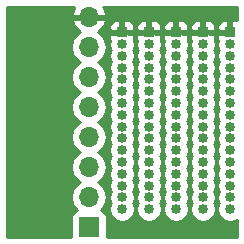
<source format=gbr>
G04 #@! TF.FileFunction,Copper,L2,Bot,Signal*
%FSLAX46Y46*%
G04 Gerber Fmt 4.6, Leading zero omitted, Abs format (unit mm)*
G04 Created by KiCad (PCBNEW 4.0.7) date Fri Oct 27 13:36:46 2017*
%MOMM*%
%LPD*%
G01*
G04 APERTURE LIST*
%ADD10C,0.100000*%
%ADD11R,1.700000X1.700000*%
%ADD12O,1.700000X1.700000*%
%ADD13R,0.850000X0.850000*%
%ADD14O,0.850000X0.850000*%
%ADD15C,0.254000*%
G04 APERTURE END LIST*
D10*
D11*
X140208000Y-118364000D03*
D12*
X140208000Y-115824000D03*
X140208000Y-113284000D03*
X140208000Y-110744000D03*
X140208000Y-108204000D03*
X140208000Y-105664000D03*
X140208000Y-103124000D03*
X140208000Y-100584000D03*
D13*
X143002000Y-101854000D03*
D14*
X143002000Y-102854000D03*
X143002000Y-103854000D03*
X143002000Y-104854000D03*
X143002000Y-105854000D03*
X143002000Y-106854000D03*
X143002000Y-107854000D03*
X143002000Y-108854000D03*
X143002000Y-109854000D03*
X143002000Y-110854000D03*
X143002000Y-111854000D03*
X143002000Y-112854000D03*
X143002000Y-113854000D03*
X143002000Y-114854000D03*
X143002000Y-115854000D03*
X143002000Y-116854000D03*
D13*
X149860000Y-101854000D03*
D14*
X149860000Y-102854000D03*
X149860000Y-103854000D03*
X149860000Y-104854000D03*
X149860000Y-105854000D03*
X149860000Y-106854000D03*
X149860000Y-107854000D03*
X149860000Y-108854000D03*
X149860000Y-109854000D03*
X149860000Y-110854000D03*
X149860000Y-111854000D03*
X149860000Y-112854000D03*
X149860000Y-113854000D03*
X149860000Y-114854000D03*
X149860000Y-115854000D03*
X149860000Y-116854000D03*
D13*
X152146000Y-101854000D03*
D14*
X152146000Y-102854000D03*
X152146000Y-103854000D03*
X152146000Y-104854000D03*
X152146000Y-105854000D03*
X152146000Y-106854000D03*
X152146000Y-107854000D03*
X152146000Y-108854000D03*
X152146000Y-109854000D03*
X152146000Y-110854000D03*
X152146000Y-111854000D03*
X152146000Y-112854000D03*
X152146000Y-113854000D03*
X152146000Y-114854000D03*
X152146000Y-115854000D03*
X152146000Y-116854000D03*
D13*
X147574000Y-101854000D03*
D14*
X147574000Y-102854000D03*
X147574000Y-103854000D03*
X147574000Y-104854000D03*
X147574000Y-105854000D03*
X147574000Y-106854000D03*
X147574000Y-107854000D03*
X147574000Y-108854000D03*
X147574000Y-109854000D03*
X147574000Y-110854000D03*
X147574000Y-111854000D03*
X147574000Y-112854000D03*
X147574000Y-113854000D03*
X147574000Y-114854000D03*
X147574000Y-115854000D03*
X147574000Y-116854000D03*
D13*
X145288000Y-101854000D03*
D14*
X145288000Y-102854000D03*
X145288000Y-103854000D03*
X145288000Y-104854000D03*
X145288000Y-105854000D03*
X145288000Y-106854000D03*
X145288000Y-107854000D03*
X145288000Y-108854000D03*
X145288000Y-109854000D03*
X145288000Y-110854000D03*
X145288000Y-111854000D03*
X145288000Y-112854000D03*
X145288000Y-113854000D03*
X145288000Y-114854000D03*
X145288000Y-115854000D03*
X145288000Y-116854000D03*
D15*
G36*
X138936355Y-99817076D02*
X138766524Y-100227110D01*
X138887845Y-100457000D01*
X140081000Y-100457000D01*
X140081000Y-100437000D01*
X140335000Y-100437000D01*
X140335000Y-100457000D01*
X141528155Y-100457000D01*
X141649476Y-100227110D01*
X141479645Y-99817076D01*
X141436743Y-99770000D01*
X152706000Y-99770000D01*
X152706000Y-100797600D01*
X152697309Y-100794000D01*
X152431750Y-100794000D01*
X152273000Y-100952750D01*
X152273000Y-101727000D01*
X152293000Y-101727000D01*
X152293000Y-101819109D01*
X152166767Y-101794000D01*
X152125233Y-101794000D01*
X151719589Y-101874688D01*
X151560482Y-101981000D01*
X151244750Y-101981000D01*
X151086000Y-102139750D01*
X151086000Y-102405310D01*
X151132266Y-102517005D01*
X151065233Y-102854000D01*
X151145921Y-103259644D01*
X151208968Y-103354000D01*
X151145921Y-103448356D01*
X151065233Y-103854000D01*
X151145921Y-104259644D01*
X151208968Y-104354000D01*
X151145921Y-104448356D01*
X151065233Y-104854000D01*
X151145921Y-105259644D01*
X151208968Y-105354000D01*
X151145921Y-105448356D01*
X151065233Y-105854000D01*
X151145921Y-106259644D01*
X151208968Y-106354000D01*
X151145921Y-106448356D01*
X151065233Y-106854000D01*
X151145921Y-107259644D01*
X151208968Y-107354000D01*
X151145921Y-107448356D01*
X151065233Y-107854000D01*
X151145921Y-108259644D01*
X151208968Y-108354000D01*
X151145921Y-108448356D01*
X151065233Y-108854000D01*
X151145921Y-109259644D01*
X151208968Y-109354000D01*
X151145921Y-109448356D01*
X151065233Y-109854000D01*
X151145921Y-110259644D01*
X151208968Y-110354000D01*
X151145921Y-110448356D01*
X151065233Y-110854000D01*
X151145921Y-111259644D01*
X151208968Y-111354000D01*
X151145921Y-111448356D01*
X151065233Y-111854000D01*
X151145921Y-112259644D01*
X151208968Y-112354000D01*
X151145921Y-112448356D01*
X151065233Y-112854000D01*
X151145921Y-113259644D01*
X151208968Y-113354000D01*
X151145921Y-113448356D01*
X151065233Y-113854000D01*
X151145921Y-114259644D01*
X151208968Y-114354000D01*
X151145921Y-114448356D01*
X151065233Y-114854000D01*
X151145921Y-115259644D01*
X151208968Y-115354000D01*
X151145921Y-115448356D01*
X151065233Y-115854000D01*
X151145921Y-116259644D01*
X151208968Y-116354000D01*
X151145921Y-116448356D01*
X151065233Y-116854000D01*
X151145921Y-117259644D01*
X151375700Y-117603533D01*
X151719589Y-117833312D01*
X152125233Y-117914000D01*
X152166767Y-117914000D01*
X152572411Y-117833312D01*
X152706000Y-117744051D01*
X152706000Y-119178000D01*
X141705440Y-119178000D01*
X141705440Y-117514000D01*
X141661162Y-117278683D01*
X141522090Y-117062559D01*
X141309890Y-116917569D01*
X141242459Y-116903914D01*
X141287147Y-116874054D01*
X141609054Y-116392285D01*
X141722093Y-115824000D01*
X141609054Y-115255715D01*
X141287147Y-114773946D01*
X140957974Y-114554000D01*
X141287147Y-114334054D01*
X141609054Y-113852285D01*
X141722093Y-113284000D01*
X141609054Y-112715715D01*
X141287147Y-112233946D01*
X140957974Y-112014000D01*
X141287147Y-111794054D01*
X141609054Y-111312285D01*
X141722093Y-110744000D01*
X141609054Y-110175715D01*
X141287147Y-109693946D01*
X140957974Y-109474000D01*
X141287147Y-109254054D01*
X141609054Y-108772285D01*
X141722093Y-108204000D01*
X141609054Y-107635715D01*
X141287147Y-107153946D01*
X140957974Y-106934000D01*
X141287147Y-106714054D01*
X141609054Y-106232285D01*
X141722093Y-105664000D01*
X141609054Y-105095715D01*
X141287147Y-104613946D01*
X140957974Y-104394000D01*
X141287147Y-104174054D01*
X141609054Y-103692285D01*
X141722093Y-103124000D01*
X141668387Y-102854000D01*
X141921233Y-102854000D01*
X142001921Y-103259644D01*
X142064968Y-103354000D01*
X142001921Y-103448356D01*
X141921233Y-103854000D01*
X142001921Y-104259644D01*
X142064968Y-104354000D01*
X142001921Y-104448356D01*
X141921233Y-104854000D01*
X142001921Y-105259644D01*
X142064968Y-105354000D01*
X142001921Y-105448356D01*
X141921233Y-105854000D01*
X142001921Y-106259644D01*
X142064968Y-106354000D01*
X142001921Y-106448356D01*
X141921233Y-106854000D01*
X142001921Y-107259644D01*
X142064968Y-107354000D01*
X142001921Y-107448356D01*
X141921233Y-107854000D01*
X142001921Y-108259644D01*
X142064968Y-108354000D01*
X142001921Y-108448356D01*
X141921233Y-108854000D01*
X142001921Y-109259644D01*
X142064968Y-109354000D01*
X142001921Y-109448356D01*
X141921233Y-109854000D01*
X142001921Y-110259644D01*
X142064968Y-110354000D01*
X142001921Y-110448356D01*
X141921233Y-110854000D01*
X142001921Y-111259644D01*
X142064968Y-111354000D01*
X142001921Y-111448356D01*
X141921233Y-111854000D01*
X142001921Y-112259644D01*
X142064968Y-112354000D01*
X142001921Y-112448356D01*
X141921233Y-112854000D01*
X142001921Y-113259644D01*
X142064968Y-113354000D01*
X142001921Y-113448356D01*
X141921233Y-113854000D01*
X142001921Y-114259644D01*
X142064968Y-114354000D01*
X142001921Y-114448356D01*
X141921233Y-114854000D01*
X142001921Y-115259644D01*
X142064968Y-115354000D01*
X142001921Y-115448356D01*
X141921233Y-115854000D01*
X142001921Y-116259644D01*
X142064968Y-116354000D01*
X142001921Y-116448356D01*
X141921233Y-116854000D01*
X142001921Y-117259644D01*
X142231700Y-117603533D01*
X142575589Y-117833312D01*
X142981233Y-117914000D01*
X143022767Y-117914000D01*
X143428411Y-117833312D01*
X143772300Y-117603533D01*
X144002079Y-117259644D01*
X144082767Y-116854000D01*
X144002079Y-116448356D01*
X143939032Y-116354000D01*
X144002079Y-116259644D01*
X144082767Y-115854000D01*
X144002079Y-115448356D01*
X143939032Y-115354000D01*
X144002079Y-115259644D01*
X144082767Y-114854000D01*
X144002079Y-114448356D01*
X143939032Y-114354000D01*
X144002079Y-114259644D01*
X144082767Y-113854000D01*
X144002079Y-113448356D01*
X143939032Y-113354000D01*
X144002079Y-113259644D01*
X144082767Y-112854000D01*
X144002079Y-112448356D01*
X143939032Y-112354000D01*
X144002079Y-112259644D01*
X144082767Y-111854000D01*
X144002079Y-111448356D01*
X143939032Y-111354000D01*
X144002079Y-111259644D01*
X144082767Y-110854000D01*
X144002079Y-110448356D01*
X143939032Y-110354000D01*
X144002079Y-110259644D01*
X144082767Y-109854000D01*
X144002079Y-109448356D01*
X143939032Y-109354000D01*
X144002079Y-109259644D01*
X144082767Y-108854000D01*
X144002079Y-108448356D01*
X143939032Y-108354000D01*
X144002079Y-108259644D01*
X144082767Y-107854000D01*
X144002079Y-107448356D01*
X143939032Y-107354000D01*
X144002079Y-107259644D01*
X144082767Y-106854000D01*
X144002079Y-106448356D01*
X143939032Y-106354000D01*
X144002079Y-106259644D01*
X144082767Y-105854000D01*
X144002079Y-105448356D01*
X143939032Y-105354000D01*
X144002079Y-105259644D01*
X144082767Y-104854000D01*
X144002079Y-104448356D01*
X143939032Y-104354000D01*
X144002079Y-104259644D01*
X144082767Y-103854000D01*
X144002079Y-103448356D01*
X143939032Y-103354000D01*
X144002079Y-103259644D01*
X144082767Y-102854000D01*
X144207233Y-102854000D01*
X144287921Y-103259644D01*
X144350968Y-103354000D01*
X144287921Y-103448356D01*
X144207233Y-103854000D01*
X144287921Y-104259644D01*
X144350968Y-104354000D01*
X144287921Y-104448356D01*
X144207233Y-104854000D01*
X144287921Y-105259644D01*
X144350968Y-105354000D01*
X144287921Y-105448356D01*
X144207233Y-105854000D01*
X144287921Y-106259644D01*
X144350968Y-106354000D01*
X144287921Y-106448356D01*
X144207233Y-106854000D01*
X144287921Y-107259644D01*
X144350968Y-107354000D01*
X144287921Y-107448356D01*
X144207233Y-107854000D01*
X144287921Y-108259644D01*
X144350968Y-108354000D01*
X144287921Y-108448356D01*
X144207233Y-108854000D01*
X144287921Y-109259644D01*
X144350968Y-109354000D01*
X144287921Y-109448356D01*
X144207233Y-109854000D01*
X144287921Y-110259644D01*
X144350968Y-110354000D01*
X144287921Y-110448356D01*
X144207233Y-110854000D01*
X144287921Y-111259644D01*
X144350968Y-111354000D01*
X144287921Y-111448356D01*
X144207233Y-111854000D01*
X144287921Y-112259644D01*
X144350968Y-112354000D01*
X144287921Y-112448356D01*
X144207233Y-112854000D01*
X144287921Y-113259644D01*
X144350968Y-113354000D01*
X144287921Y-113448356D01*
X144207233Y-113854000D01*
X144287921Y-114259644D01*
X144350968Y-114354000D01*
X144287921Y-114448356D01*
X144207233Y-114854000D01*
X144287921Y-115259644D01*
X144350968Y-115354000D01*
X144287921Y-115448356D01*
X144207233Y-115854000D01*
X144287921Y-116259644D01*
X144350968Y-116354000D01*
X144287921Y-116448356D01*
X144207233Y-116854000D01*
X144287921Y-117259644D01*
X144517700Y-117603533D01*
X144861589Y-117833312D01*
X145267233Y-117914000D01*
X145308767Y-117914000D01*
X145714411Y-117833312D01*
X146058300Y-117603533D01*
X146288079Y-117259644D01*
X146368767Y-116854000D01*
X146288079Y-116448356D01*
X146225032Y-116354000D01*
X146288079Y-116259644D01*
X146368767Y-115854000D01*
X146288079Y-115448356D01*
X146225032Y-115354000D01*
X146288079Y-115259644D01*
X146368767Y-114854000D01*
X146288079Y-114448356D01*
X146225032Y-114354000D01*
X146288079Y-114259644D01*
X146368767Y-113854000D01*
X146288079Y-113448356D01*
X146225032Y-113354000D01*
X146288079Y-113259644D01*
X146368767Y-112854000D01*
X146288079Y-112448356D01*
X146225032Y-112354000D01*
X146288079Y-112259644D01*
X146368767Y-111854000D01*
X146288079Y-111448356D01*
X146225032Y-111354000D01*
X146288079Y-111259644D01*
X146368767Y-110854000D01*
X146288079Y-110448356D01*
X146225032Y-110354000D01*
X146288079Y-110259644D01*
X146368767Y-109854000D01*
X146288079Y-109448356D01*
X146225032Y-109354000D01*
X146288079Y-109259644D01*
X146368767Y-108854000D01*
X146288079Y-108448356D01*
X146225032Y-108354000D01*
X146288079Y-108259644D01*
X146368767Y-107854000D01*
X146288079Y-107448356D01*
X146225032Y-107354000D01*
X146288079Y-107259644D01*
X146368767Y-106854000D01*
X146288079Y-106448356D01*
X146225032Y-106354000D01*
X146288079Y-106259644D01*
X146368767Y-105854000D01*
X146288079Y-105448356D01*
X146225032Y-105354000D01*
X146288079Y-105259644D01*
X146368767Y-104854000D01*
X146288079Y-104448356D01*
X146225032Y-104354000D01*
X146288079Y-104259644D01*
X146368767Y-103854000D01*
X146288079Y-103448356D01*
X146225032Y-103354000D01*
X146288079Y-103259644D01*
X146368767Y-102854000D01*
X146493233Y-102854000D01*
X146573921Y-103259644D01*
X146636968Y-103354000D01*
X146573921Y-103448356D01*
X146493233Y-103854000D01*
X146573921Y-104259644D01*
X146636968Y-104354000D01*
X146573921Y-104448356D01*
X146493233Y-104854000D01*
X146573921Y-105259644D01*
X146636968Y-105354000D01*
X146573921Y-105448356D01*
X146493233Y-105854000D01*
X146573921Y-106259644D01*
X146636968Y-106354000D01*
X146573921Y-106448356D01*
X146493233Y-106854000D01*
X146573921Y-107259644D01*
X146636968Y-107354000D01*
X146573921Y-107448356D01*
X146493233Y-107854000D01*
X146573921Y-108259644D01*
X146636968Y-108354000D01*
X146573921Y-108448356D01*
X146493233Y-108854000D01*
X146573921Y-109259644D01*
X146636968Y-109354000D01*
X146573921Y-109448356D01*
X146493233Y-109854000D01*
X146573921Y-110259644D01*
X146636968Y-110354000D01*
X146573921Y-110448356D01*
X146493233Y-110854000D01*
X146573921Y-111259644D01*
X146636968Y-111354000D01*
X146573921Y-111448356D01*
X146493233Y-111854000D01*
X146573921Y-112259644D01*
X146636968Y-112354000D01*
X146573921Y-112448356D01*
X146493233Y-112854000D01*
X146573921Y-113259644D01*
X146636968Y-113354000D01*
X146573921Y-113448356D01*
X146493233Y-113854000D01*
X146573921Y-114259644D01*
X146636968Y-114354000D01*
X146573921Y-114448356D01*
X146493233Y-114854000D01*
X146573921Y-115259644D01*
X146636968Y-115354000D01*
X146573921Y-115448356D01*
X146493233Y-115854000D01*
X146573921Y-116259644D01*
X146636968Y-116354000D01*
X146573921Y-116448356D01*
X146493233Y-116854000D01*
X146573921Y-117259644D01*
X146803700Y-117603533D01*
X147147589Y-117833312D01*
X147553233Y-117914000D01*
X147594767Y-117914000D01*
X148000411Y-117833312D01*
X148344300Y-117603533D01*
X148574079Y-117259644D01*
X148654767Y-116854000D01*
X148574079Y-116448356D01*
X148511032Y-116354000D01*
X148574079Y-116259644D01*
X148654767Y-115854000D01*
X148574079Y-115448356D01*
X148511032Y-115354000D01*
X148574079Y-115259644D01*
X148654767Y-114854000D01*
X148574079Y-114448356D01*
X148511032Y-114354000D01*
X148574079Y-114259644D01*
X148654767Y-113854000D01*
X148574079Y-113448356D01*
X148511032Y-113354000D01*
X148574079Y-113259644D01*
X148654767Y-112854000D01*
X148574079Y-112448356D01*
X148511032Y-112354000D01*
X148574079Y-112259644D01*
X148654767Y-111854000D01*
X148574079Y-111448356D01*
X148511032Y-111354000D01*
X148574079Y-111259644D01*
X148654767Y-110854000D01*
X148574079Y-110448356D01*
X148511032Y-110354000D01*
X148574079Y-110259644D01*
X148654767Y-109854000D01*
X148574079Y-109448356D01*
X148511032Y-109354000D01*
X148574079Y-109259644D01*
X148654767Y-108854000D01*
X148574079Y-108448356D01*
X148511032Y-108354000D01*
X148574079Y-108259644D01*
X148654767Y-107854000D01*
X148574079Y-107448356D01*
X148511032Y-107354000D01*
X148574079Y-107259644D01*
X148654767Y-106854000D01*
X148574079Y-106448356D01*
X148511032Y-106354000D01*
X148574079Y-106259644D01*
X148654767Y-105854000D01*
X148574079Y-105448356D01*
X148511032Y-105354000D01*
X148574079Y-105259644D01*
X148654767Y-104854000D01*
X148574079Y-104448356D01*
X148511032Y-104354000D01*
X148574079Y-104259644D01*
X148654767Y-103854000D01*
X148574079Y-103448356D01*
X148511032Y-103354000D01*
X148574079Y-103259644D01*
X148654767Y-102854000D01*
X148779233Y-102854000D01*
X148859921Y-103259644D01*
X148922968Y-103354000D01*
X148859921Y-103448356D01*
X148779233Y-103854000D01*
X148859921Y-104259644D01*
X148922968Y-104354000D01*
X148859921Y-104448356D01*
X148779233Y-104854000D01*
X148859921Y-105259644D01*
X148922968Y-105354000D01*
X148859921Y-105448356D01*
X148779233Y-105854000D01*
X148859921Y-106259644D01*
X148922968Y-106354000D01*
X148859921Y-106448356D01*
X148779233Y-106854000D01*
X148859921Y-107259644D01*
X148922968Y-107354000D01*
X148859921Y-107448356D01*
X148779233Y-107854000D01*
X148859921Y-108259644D01*
X148922968Y-108354000D01*
X148859921Y-108448356D01*
X148779233Y-108854000D01*
X148859921Y-109259644D01*
X148922968Y-109354000D01*
X148859921Y-109448356D01*
X148779233Y-109854000D01*
X148859921Y-110259644D01*
X148922968Y-110354000D01*
X148859921Y-110448356D01*
X148779233Y-110854000D01*
X148859921Y-111259644D01*
X148922968Y-111354000D01*
X148859921Y-111448356D01*
X148779233Y-111854000D01*
X148859921Y-112259644D01*
X148922968Y-112354000D01*
X148859921Y-112448356D01*
X148779233Y-112854000D01*
X148859921Y-113259644D01*
X148922968Y-113354000D01*
X148859921Y-113448356D01*
X148779233Y-113854000D01*
X148859921Y-114259644D01*
X148922968Y-114354000D01*
X148859921Y-114448356D01*
X148779233Y-114854000D01*
X148859921Y-115259644D01*
X148922968Y-115354000D01*
X148859921Y-115448356D01*
X148779233Y-115854000D01*
X148859921Y-116259644D01*
X148922968Y-116354000D01*
X148859921Y-116448356D01*
X148779233Y-116854000D01*
X148859921Y-117259644D01*
X149089700Y-117603533D01*
X149433589Y-117833312D01*
X149839233Y-117914000D01*
X149880767Y-117914000D01*
X150286411Y-117833312D01*
X150630300Y-117603533D01*
X150860079Y-117259644D01*
X150940767Y-116854000D01*
X150860079Y-116448356D01*
X150797032Y-116354000D01*
X150860079Y-116259644D01*
X150940767Y-115854000D01*
X150860079Y-115448356D01*
X150797032Y-115354000D01*
X150860079Y-115259644D01*
X150940767Y-114854000D01*
X150860079Y-114448356D01*
X150797032Y-114354000D01*
X150860079Y-114259644D01*
X150940767Y-113854000D01*
X150860079Y-113448356D01*
X150797032Y-113354000D01*
X150860079Y-113259644D01*
X150940767Y-112854000D01*
X150860079Y-112448356D01*
X150797032Y-112354000D01*
X150860079Y-112259644D01*
X150940767Y-111854000D01*
X150860079Y-111448356D01*
X150797032Y-111354000D01*
X150860079Y-111259644D01*
X150940767Y-110854000D01*
X150860079Y-110448356D01*
X150797032Y-110354000D01*
X150860079Y-110259644D01*
X150940767Y-109854000D01*
X150860079Y-109448356D01*
X150797032Y-109354000D01*
X150860079Y-109259644D01*
X150940767Y-108854000D01*
X150860079Y-108448356D01*
X150797032Y-108354000D01*
X150860079Y-108259644D01*
X150940767Y-107854000D01*
X150860079Y-107448356D01*
X150797032Y-107354000D01*
X150860079Y-107259644D01*
X150940767Y-106854000D01*
X150860079Y-106448356D01*
X150797032Y-106354000D01*
X150860079Y-106259644D01*
X150940767Y-105854000D01*
X150860079Y-105448356D01*
X150797032Y-105354000D01*
X150860079Y-105259644D01*
X150940767Y-104854000D01*
X150860079Y-104448356D01*
X150797032Y-104354000D01*
X150860079Y-104259644D01*
X150940767Y-103854000D01*
X150860079Y-103448356D01*
X150797032Y-103354000D01*
X150860079Y-103259644D01*
X150940767Y-102854000D01*
X150873734Y-102517005D01*
X150920000Y-102405310D01*
X150920000Y-102139750D01*
X150761250Y-101981000D01*
X150445518Y-101981000D01*
X150286411Y-101874688D01*
X149880767Y-101794000D01*
X149839233Y-101794000D01*
X149433589Y-101874688D01*
X149274482Y-101981000D01*
X148958750Y-101981000D01*
X148800000Y-102139750D01*
X148800000Y-102405310D01*
X148846266Y-102517005D01*
X148779233Y-102854000D01*
X148654767Y-102854000D01*
X148587734Y-102517005D01*
X148634000Y-102405310D01*
X148634000Y-102139750D01*
X148475250Y-101981000D01*
X148159518Y-101981000D01*
X148000411Y-101874688D01*
X147594767Y-101794000D01*
X147553233Y-101794000D01*
X147147589Y-101874688D01*
X146988482Y-101981000D01*
X146672750Y-101981000D01*
X146514000Y-102139750D01*
X146514000Y-102405310D01*
X146560266Y-102517005D01*
X146493233Y-102854000D01*
X146368767Y-102854000D01*
X146301734Y-102517005D01*
X146348000Y-102405310D01*
X146348000Y-102139750D01*
X146189250Y-101981000D01*
X145873518Y-101981000D01*
X145714411Y-101874688D01*
X145308767Y-101794000D01*
X145267233Y-101794000D01*
X144861589Y-101874688D01*
X144702482Y-101981000D01*
X144386750Y-101981000D01*
X144228000Y-102139750D01*
X144228000Y-102405310D01*
X144274266Y-102517005D01*
X144207233Y-102854000D01*
X144082767Y-102854000D01*
X144015734Y-102517005D01*
X144062000Y-102405310D01*
X144062000Y-102139750D01*
X143903250Y-101981000D01*
X143587518Y-101981000D01*
X143428411Y-101874688D01*
X143022767Y-101794000D01*
X142981233Y-101794000D01*
X142575589Y-101874688D01*
X142416482Y-101981000D01*
X142100750Y-101981000D01*
X141942000Y-102139750D01*
X141942000Y-102405310D01*
X141988266Y-102517005D01*
X141921233Y-102854000D01*
X141668387Y-102854000D01*
X141609054Y-102555715D01*
X141287147Y-102073946D01*
X140946447Y-101846298D01*
X141089358Y-101779183D01*
X141479645Y-101350924D01*
X141499622Y-101302690D01*
X141942000Y-101302690D01*
X141942000Y-101568250D01*
X142100750Y-101727000D01*
X142875000Y-101727000D01*
X142875000Y-100952750D01*
X143129000Y-100952750D01*
X143129000Y-101727000D01*
X143903250Y-101727000D01*
X144062000Y-101568250D01*
X144062000Y-101302690D01*
X144228000Y-101302690D01*
X144228000Y-101568250D01*
X144386750Y-101727000D01*
X145161000Y-101727000D01*
X145161000Y-100952750D01*
X145415000Y-100952750D01*
X145415000Y-101727000D01*
X146189250Y-101727000D01*
X146348000Y-101568250D01*
X146348000Y-101302690D01*
X146514000Y-101302690D01*
X146514000Y-101568250D01*
X146672750Y-101727000D01*
X147447000Y-101727000D01*
X147447000Y-100952750D01*
X147701000Y-100952750D01*
X147701000Y-101727000D01*
X148475250Y-101727000D01*
X148634000Y-101568250D01*
X148634000Y-101302690D01*
X148800000Y-101302690D01*
X148800000Y-101568250D01*
X148958750Y-101727000D01*
X149733000Y-101727000D01*
X149733000Y-100952750D01*
X149987000Y-100952750D01*
X149987000Y-101727000D01*
X150761250Y-101727000D01*
X150920000Y-101568250D01*
X150920000Y-101302690D01*
X151086000Y-101302690D01*
X151086000Y-101568250D01*
X151244750Y-101727000D01*
X152019000Y-101727000D01*
X152019000Y-100952750D01*
X151860250Y-100794000D01*
X151594691Y-100794000D01*
X151361302Y-100890673D01*
X151182673Y-101069301D01*
X151086000Y-101302690D01*
X150920000Y-101302690D01*
X150823327Y-101069301D01*
X150644698Y-100890673D01*
X150411309Y-100794000D01*
X150145750Y-100794000D01*
X149987000Y-100952750D01*
X149733000Y-100952750D01*
X149574250Y-100794000D01*
X149308691Y-100794000D01*
X149075302Y-100890673D01*
X148896673Y-101069301D01*
X148800000Y-101302690D01*
X148634000Y-101302690D01*
X148537327Y-101069301D01*
X148358698Y-100890673D01*
X148125309Y-100794000D01*
X147859750Y-100794000D01*
X147701000Y-100952750D01*
X147447000Y-100952750D01*
X147288250Y-100794000D01*
X147022691Y-100794000D01*
X146789302Y-100890673D01*
X146610673Y-101069301D01*
X146514000Y-101302690D01*
X146348000Y-101302690D01*
X146251327Y-101069301D01*
X146072698Y-100890673D01*
X145839309Y-100794000D01*
X145573750Y-100794000D01*
X145415000Y-100952750D01*
X145161000Y-100952750D01*
X145002250Y-100794000D01*
X144736691Y-100794000D01*
X144503302Y-100890673D01*
X144324673Y-101069301D01*
X144228000Y-101302690D01*
X144062000Y-101302690D01*
X143965327Y-101069301D01*
X143786698Y-100890673D01*
X143553309Y-100794000D01*
X143287750Y-100794000D01*
X143129000Y-100952750D01*
X142875000Y-100952750D01*
X142716250Y-100794000D01*
X142450691Y-100794000D01*
X142217302Y-100890673D01*
X142038673Y-101069301D01*
X141942000Y-101302690D01*
X141499622Y-101302690D01*
X141649476Y-100940890D01*
X141528155Y-100711000D01*
X140335000Y-100711000D01*
X140335000Y-100731000D01*
X140081000Y-100731000D01*
X140081000Y-100711000D01*
X138887845Y-100711000D01*
X138766524Y-100940890D01*
X138936355Y-101350924D01*
X139326642Y-101779183D01*
X139469553Y-101846298D01*
X139128853Y-102073946D01*
X138806946Y-102555715D01*
X138693907Y-103124000D01*
X138806946Y-103692285D01*
X139128853Y-104174054D01*
X139458026Y-104394000D01*
X139128853Y-104613946D01*
X138806946Y-105095715D01*
X138693907Y-105664000D01*
X138806946Y-106232285D01*
X139128853Y-106714054D01*
X139458026Y-106934000D01*
X139128853Y-107153946D01*
X138806946Y-107635715D01*
X138693907Y-108204000D01*
X138806946Y-108772285D01*
X139128853Y-109254054D01*
X139458026Y-109474000D01*
X139128853Y-109693946D01*
X138806946Y-110175715D01*
X138693907Y-110744000D01*
X138806946Y-111312285D01*
X139128853Y-111794054D01*
X139458026Y-112014000D01*
X139128853Y-112233946D01*
X138806946Y-112715715D01*
X138693907Y-113284000D01*
X138806946Y-113852285D01*
X139128853Y-114334054D01*
X139458026Y-114554000D01*
X139128853Y-114773946D01*
X138806946Y-115255715D01*
X138693907Y-115824000D01*
X138806946Y-116392285D01*
X139128853Y-116874054D01*
X139170452Y-116901850D01*
X139122683Y-116910838D01*
X138906559Y-117049910D01*
X138761569Y-117262110D01*
X138710560Y-117514000D01*
X138710560Y-119178000D01*
X133298000Y-119178000D01*
X133298000Y-99770000D01*
X138979257Y-99770000D01*
X138936355Y-99817076D01*
X138936355Y-99817076D01*
G37*
X138936355Y-99817076D02*
X138766524Y-100227110D01*
X138887845Y-100457000D01*
X140081000Y-100457000D01*
X140081000Y-100437000D01*
X140335000Y-100437000D01*
X140335000Y-100457000D01*
X141528155Y-100457000D01*
X141649476Y-100227110D01*
X141479645Y-99817076D01*
X141436743Y-99770000D01*
X152706000Y-99770000D01*
X152706000Y-100797600D01*
X152697309Y-100794000D01*
X152431750Y-100794000D01*
X152273000Y-100952750D01*
X152273000Y-101727000D01*
X152293000Y-101727000D01*
X152293000Y-101819109D01*
X152166767Y-101794000D01*
X152125233Y-101794000D01*
X151719589Y-101874688D01*
X151560482Y-101981000D01*
X151244750Y-101981000D01*
X151086000Y-102139750D01*
X151086000Y-102405310D01*
X151132266Y-102517005D01*
X151065233Y-102854000D01*
X151145921Y-103259644D01*
X151208968Y-103354000D01*
X151145921Y-103448356D01*
X151065233Y-103854000D01*
X151145921Y-104259644D01*
X151208968Y-104354000D01*
X151145921Y-104448356D01*
X151065233Y-104854000D01*
X151145921Y-105259644D01*
X151208968Y-105354000D01*
X151145921Y-105448356D01*
X151065233Y-105854000D01*
X151145921Y-106259644D01*
X151208968Y-106354000D01*
X151145921Y-106448356D01*
X151065233Y-106854000D01*
X151145921Y-107259644D01*
X151208968Y-107354000D01*
X151145921Y-107448356D01*
X151065233Y-107854000D01*
X151145921Y-108259644D01*
X151208968Y-108354000D01*
X151145921Y-108448356D01*
X151065233Y-108854000D01*
X151145921Y-109259644D01*
X151208968Y-109354000D01*
X151145921Y-109448356D01*
X151065233Y-109854000D01*
X151145921Y-110259644D01*
X151208968Y-110354000D01*
X151145921Y-110448356D01*
X151065233Y-110854000D01*
X151145921Y-111259644D01*
X151208968Y-111354000D01*
X151145921Y-111448356D01*
X151065233Y-111854000D01*
X151145921Y-112259644D01*
X151208968Y-112354000D01*
X151145921Y-112448356D01*
X151065233Y-112854000D01*
X151145921Y-113259644D01*
X151208968Y-113354000D01*
X151145921Y-113448356D01*
X151065233Y-113854000D01*
X151145921Y-114259644D01*
X151208968Y-114354000D01*
X151145921Y-114448356D01*
X151065233Y-114854000D01*
X151145921Y-115259644D01*
X151208968Y-115354000D01*
X151145921Y-115448356D01*
X151065233Y-115854000D01*
X151145921Y-116259644D01*
X151208968Y-116354000D01*
X151145921Y-116448356D01*
X151065233Y-116854000D01*
X151145921Y-117259644D01*
X151375700Y-117603533D01*
X151719589Y-117833312D01*
X152125233Y-117914000D01*
X152166767Y-117914000D01*
X152572411Y-117833312D01*
X152706000Y-117744051D01*
X152706000Y-119178000D01*
X141705440Y-119178000D01*
X141705440Y-117514000D01*
X141661162Y-117278683D01*
X141522090Y-117062559D01*
X141309890Y-116917569D01*
X141242459Y-116903914D01*
X141287147Y-116874054D01*
X141609054Y-116392285D01*
X141722093Y-115824000D01*
X141609054Y-115255715D01*
X141287147Y-114773946D01*
X140957974Y-114554000D01*
X141287147Y-114334054D01*
X141609054Y-113852285D01*
X141722093Y-113284000D01*
X141609054Y-112715715D01*
X141287147Y-112233946D01*
X140957974Y-112014000D01*
X141287147Y-111794054D01*
X141609054Y-111312285D01*
X141722093Y-110744000D01*
X141609054Y-110175715D01*
X141287147Y-109693946D01*
X140957974Y-109474000D01*
X141287147Y-109254054D01*
X141609054Y-108772285D01*
X141722093Y-108204000D01*
X141609054Y-107635715D01*
X141287147Y-107153946D01*
X140957974Y-106934000D01*
X141287147Y-106714054D01*
X141609054Y-106232285D01*
X141722093Y-105664000D01*
X141609054Y-105095715D01*
X141287147Y-104613946D01*
X140957974Y-104394000D01*
X141287147Y-104174054D01*
X141609054Y-103692285D01*
X141722093Y-103124000D01*
X141668387Y-102854000D01*
X141921233Y-102854000D01*
X142001921Y-103259644D01*
X142064968Y-103354000D01*
X142001921Y-103448356D01*
X141921233Y-103854000D01*
X142001921Y-104259644D01*
X142064968Y-104354000D01*
X142001921Y-104448356D01*
X141921233Y-104854000D01*
X142001921Y-105259644D01*
X142064968Y-105354000D01*
X142001921Y-105448356D01*
X141921233Y-105854000D01*
X142001921Y-106259644D01*
X142064968Y-106354000D01*
X142001921Y-106448356D01*
X141921233Y-106854000D01*
X142001921Y-107259644D01*
X142064968Y-107354000D01*
X142001921Y-107448356D01*
X141921233Y-107854000D01*
X142001921Y-108259644D01*
X142064968Y-108354000D01*
X142001921Y-108448356D01*
X141921233Y-108854000D01*
X142001921Y-109259644D01*
X142064968Y-109354000D01*
X142001921Y-109448356D01*
X141921233Y-109854000D01*
X142001921Y-110259644D01*
X142064968Y-110354000D01*
X142001921Y-110448356D01*
X141921233Y-110854000D01*
X142001921Y-111259644D01*
X142064968Y-111354000D01*
X142001921Y-111448356D01*
X141921233Y-111854000D01*
X142001921Y-112259644D01*
X142064968Y-112354000D01*
X142001921Y-112448356D01*
X141921233Y-112854000D01*
X142001921Y-113259644D01*
X142064968Y-113354000D01*
X142001921Y-113448356D01*
X141921233Y-113854000D01*
X142001921Y-114259644D01*
X142064968Y-114354000D01*
X142001921Y-114448356D01*
X141921233Y-114854000D01*
X142001921Y-115259644D01*
X142064968Y-115354000D01*
X142001921Y-115448356D01*
X141921233Y-115854000D01*
X142001921Y-116259644D01*
X142064968Y-116354000D01*
X142001921Y-116448356D01*
X141921233Y-116854000D01*
X142001921Y-117259644D01*
X142231700Y-117603533D01*
X142575589Y-117833312D01*
X142981233Y-117914000D01*
X143022767Y-117914000D01*
X143428411Y-117833312D01*
X143772300Y-117603533D01*
X144002079Y-117259644D01*
X144082767Y-116854000D01*
X144002079Y-116448356D01*
X143939032Y-116354000D01*
X144002079Y-116259644D01*
X144082767Y-115854000D01*
X144002079Y-115448356D01*
X143939032Y-115354000D01*
X144002079Y-115259644D01*
X144082767Y-114854000D01*
X144002079Y-114448356D01*
X143939032Y-114354000D01*
X144002079Y-114259644D01*
X144082767Y-113854000D01*
X144002079Y-113448356D01*
X143939032Y-113354000D01*
X144002079Y-113259644D01*
X144082767Y-112854000D01*
X144002079Y-112448356D01*
X143939032Y-112354000D01*
X144002079Y-112259644D01*
X144082767Y-111854000D01*
X144002079Y-111448356D01*
X143939032Y-111354000D01*
X144002079Y-111259644D01*
X144082767Y-110854000D01*
X144002079Y-110448356D01*
X143939032Y-110354000D01*
X144002079Y-110259644D01*
X144082767Y-109854000D01*
X144002079Y-109448356D01*
X143939032Y-109354000D01*
X144002079Y-109259644D01*
X144082767Y-108854000D01*
X144002079Y-108448356D01*
X143939032Y-108354000D01*
X144002079Y-108259644D01*
X144082767Y-107854000D01*
X144002079Y-107448356D01*
X143939032Y-107354000D01*
X144002079Y-107259644D01*
X144082767Y-106854000D01*
X144002079Y-106448356D01*
X143939032Y-106354000D01*
X144002079Y-106259644D01*
X144082767Y-105854000D01*
X144002079Y-105448356D01*
X143939032Y-105354000D01*
X144002079Y-105259644D01*
X144082767Y-104854000D01*
X144002079Y-104448356D01*
X143939032Y-104354000D01*
X144002079Y-104259644D01*
X144082767Y-103854000D01*
X144002079Y-103448356D01*
X143939032Y-103354000D01*
X144002079Y-103259644D01*
X144082767Y-102854000D01*
X144207233Y-102854000D01*
X144287921Y-103259644D01*
X144350968Y-103354000D01*
X144287921Y-103448356D01*
X144207233Y-103854000D01*
X144287921Y-104259644D01*
X144350968Y-104354000D01*
X144287921Y-104448356D01*
X144207233Y-104854000D01*
X144287921Y-105259644D01*
X144350968Y-105354000D01*
X144287921Y-105448356D01*
X144207233Y-105854000D01*
X144287921Y-106259644D01*
X144350968Y-106354000D01*
X144287921Y-106448356D01*
X144207233Y-106854000D01*
X144287921Y-107259644D01*
X144350968Y-107354000D01*
X144287921Y-107448356D01*
X144207233Y-107854000D01*
X144287921Y-108259644D01*
X144350968Y-108354000D01*
X144287921Y-108448356D01*
X144207233Y-108854000D01*
X144287921Y-109259644D01*
X144350968Y-109354000D01*
X144287921Y-109448356D01*
X144207233Y-109854000D01*
X144287921Y-110259644D01*
X144350968Y-110354000D01*
X144287921Y-110448356D01*
X144207233Y-110854000D01*
X144287921Y-111259644D01*
X144350968Y-111354000D01*
X144287921Y-111448356D01*
X144207233Y-111854000D01*
X144287921Y-112259644D01*
X144350968Y-112354000D01*
X144287921Y-112448356D01*
X144207233Y-112854000D01*
X144287921Y-113259644D01*
X144350968Y-113354000D01*
X144287921Y-113448356D01*
X144207233Y-113854000D01*
X144287921Y-114259644D01*
X144350968Y-114354000D01*
X144287921Y-114448356D01*
X144207233Y-114854000D01*
X144287921Y-115259644D01*
X144350968Y-115354000D01*
X144287921Y-115448356D01*
X144207233Y-115854000D01*
X144287921Y-116259644D01*
X144350968Y-116354000D01*
X144287921Y-116448356D01*
X144207233Y-116854000D01*
X144287921Y-117259644D01*
X144517700Y-117603533D01*
X144861589Y-117833312D01*
X145267233Y-117914000D01*
X145308767Y-117914000D01*
X145714411Y-117833312D01*
X146058300Y-117603533D01*
X146288079Y-117259644D01*
X146368767Y-116854000D01*
X146288079Y-116448356D01*
X146225032Y-116354000D01*
X146288079Y-116259644D01*
X146368767Y-115854000D01*
X146288079Y-115448356D01*
X146225032Y-115354000D01*
X146288079Y-115259644D01*
X146368767Y-114854000D01*
X146288079Y-114448356D01*
X146225032Y-114354000D01*
X146288079Y-114259644D01*
X146368767Y-113854000D01*
X146288079Y-113448356D01*
X146225032Y-113354000D01*
X146288079Y-113259644D01*
X146368767Y-112854000D01*
X146288079Y-112448356D01*
X146225032Y-112354000D01*
X146288079Y-112259644D01*
X146368767Y-111854000D01*
X146288079Y-111448356D01*
X146225032Y-111354000D01*
X146288079Y-111259644D01*
X146368767Y-110854000D01*
X146288079Y-110448356D01*
X146225032Y-110354000D01*
X146288079Y-110259644D01*
X146368767Y-109854000D01*
X146288079Y-109448356D01*
X146225032Y-109354000D01*
X146288079Y-109259644D01*
X146368767Y-108854000D01*
X146288079Y-108448356D01*
X146225032Y-108354000D01*
X146288079Y-108259644D01*
X146368767Y-107854000D01*
X146288079Y-107448356D01*
X146225032Y-107354000D01*
X146288079Y-107259644D01*
X146368767Y-106854000D01*
X146288079Y-106448356D01*
X146225032Y-106354000D01*
X146288079Y-106259644D01*
X146368767Y-105854000D01*
X146288079Y-105448356D01*
X146225032Y-105354000D01*
X146288079Y-105259644D01*
X146368767Y-104854000D01*
X146288079Y-104448356D01*
X146225032Y-104354000D01*
X146288079Y-104259644D01*
X146368767Y-103854000D01*
X146288079Y-103448356D01*
X146225032Y-103354000D01*
X146288079Y-103259644D01*
X146368767Y-102854000D01*
X146493233Y-102854000D01*
X146573921Y-103259644D01*
X146636968Y-103354000D01*
X146573921Y-103448356D01*
X146493233Y-103854000D01*
X146573921Y-104259644D01*
X146636968Y-104354000D01*
X146573921Y-104448356D01*
X146493233Y-104854000D01*
X146573921Y-105259644D01*
X146636968Y-105354000D01*
X146573921Y-105448356D01*
X146493233Y-105854000D01*
X146573921Y-106259644D01*
X146636968Y-106354000D01*
X146573921Y-106448356D01*
X146493233Y-106854000D01*
X146573921Y-107259644D01*
X146636968Y-107354000D01*
X146573921Y-107448356D01*
X146493233Y-107854000D01*
X146573921Y-108259644D01*
X146636968Y-108354000D01*
X146573921Y-108448356D01*
X146493233Y-108854000D01*
X146573921Y-109259644D01*
X146636968Y-109354000D01*
X146573921Y-109448356D01*
X146493233Y-109854000D01*
X146573921Y-110259644D01*
X146636968Y-110354000D01*
X146573921Y-110448356D01*
X146493233Y-110854000D01*
X146573921Y-111259644D01*
X146636968Y-111354000D01*
X146573921Y-111448356D01*
X146493233Y-111854000D01*
X146573921Y-112259644D01*
X146636968Y-112354000D01*
X146573921Y-112448356D01*
X146493233Y-112854000D01*
X146573921Y-113259644D01*
X146636968Y-113354000D01*
X146573921Y-113448356D01*
X146493233Y-113854000D01*
X146573921Y-114259644D01*
X146636968Y-114354000D01*
X146573921Y-114448356D01*
X146493233Y-114854000D01*
X146573921Y-115259644D01*
X146636968Y-115354000D01*
X146573921Y-115448356D01*
X146493233Y-115854000D01*
X146573921Y-116259644D01*
X146636968Y-116354000D01*
X146573921Y-116448356D01*
X146493233Y-116854000D01*
X146573921Y-117259644D01*
X146803700Y-117603533D01*
X147147589Y-117833312D01*
X147553233Y-117914000D01*
X147594767Y-117914000D01*
X148000411Y-117833312D01*
X148344300Y-117603533D01*
X148574079Y-117259644D01*
X148654767Y-116854000D01*
X148574079Y-116448356D01*
X148511032Y-116354000D01*
X148574079Y-116259644D01*
X148654767Y-115854000D01*
X148574079Y-115448356D01*
X148511032Y-115354000D01*
X148574079Y-115259644D01*
X148654767Y-114854000D01*
X148574079Y-114448356D01*
X148511032Y-114354000D01*
X148574079Y-114259644D01*
X148654767Y-113854000D01*
X148574079Y-113448356D01*
X148511032Y-113354000D01*
X148574079Y-113259644D01*
X148654767Y-112854000D01*
X148574079Y-112448356D01*
X148511032Y-112354000D01*
X148574079Y-112259644D01*
X148654767Y-111854000D01*
X148574079Y-111448356D01*
X148511032Y-111354000D01*
X148574079Y-111259644D01*
X148654767Y-110854000D01*
X148574079Y-110448356D01*
X148511032Y-110354000D01*
X148574079Y-110259644D01*
X148654767Y-109854000D01*
X148574079Y-109448356D01*
X148511032Y-109354000D01*
X148574079Y-109259644D01*
X148654767Y-108854000D01*
X148574079Y-108448356D01*
X148511032Y-108354000D01*
X148574079Y-108259644D01*
X148654767Y-107854000D01*
X148574079Y-107448356D01*
X148511032Y-107354000D01*
X148574079Y-107259644D01*
X148654767Y-106854000D01*
X148574079Y-106448356D01*
X148511032Y-106354000D01*
X148574079Y-106259644D01*
X148654767Y-105854000D01*
X148574079Y-105448356D01*
X148511032Y-105354000D01*
X148574079Y-105259644D01*
X148654767Y-104854000D01*
X148574079Y-104448356D01*
X148511032Y-104354000D01*
X148574079Y-104259644D01*
X148654767Y-103854000D01*
X148574079Y-103448356D01*
X148511032Y-103354000D01*
X148574079Y-103259644D01*
X148654767Y-102854000D01*
X148779233Y-102854000D01*
X148859921Y-103259644D01*
X148922968Y-103354000D01*
X148859921Y-103448356D01*
X148779233Y-103854000D01*
X148859921Y-104259644D01*
X148922968Y-104354000D01*
X148859921Y-104448356D01*
X148779233Y-104854000D01*
X148859921Y-105259644D01*
X148922968Y-105354000D01*
X148859921Y-105448356D01*
X148779233Y-105854000D01*
X148859921Y-106259644D01*
X148922968Y-106354000D01*
X148859921Y-106448356D01*
X148779233Y-106854000D01*
X148859921Y-107259644D01*
X148922968Y-107354000D01*
X148859921Y-107448356D01*
X148779233Y-107854000D01*
X148859921Y-108259644D01*
X148922968Y-108354000D01*
X148859921Y-108448356D01*
X148779233Y-108854000D01*
X148859921Y-109259644D01*
X148922968Y-109354000D01*
X148859921Y-109448356D01*
X148779233Y-109854000D01*
X148859921Y-110259644D01*
X148922968Y-110354000D01*
X148859921Y-110448356D01*
X148779233Y-110854000D01*
X148859921Y-111259644D01*
X148922968Y-111354000D01*
X148859921Y-111448356D01*
X148779233Y-111854000D01*
X148859921Y-112259644D01*
X148922968Y-112354000D01*
X148859921Y-112448356D01*
X148779233Y-112854000D01*
X148859921Y-113259644D01*
X148922968Y-113354000D01*
X148859921Y-113448356D01*
X148779233Y-113854000D01*
X148859921Y-114259644D01*
X148922968Y-114354000D01*
X148859921Y-114448356D01*
X148779233Y-114854000D01*
X148859921Y-115259644D01*
X148922968Y-115354000D01*
X148859921Y-115448356D01*
X148779233Y-115854000D01*
X148859921Y-116259644D01*
X148922968Y-116354000D01*
X148859921Y-116448356D01*
X148779233Y-116854000D01*
X148859921Y-117259644D01*
X149089700Y-117603533D01*
X149433589Y-117833312D01*
X149839233Y-117914000D01*
X149880767Y-117914000D01*
X150286411Y-117833312D01*
X150630300Y-117603533D01*
X150860079Y-117259644D01*
X150940767Y-116854000D01*
X150860079Y-116448356D01*
X150797032Y-116354000D01*
X150860079Y-116259644D01*
X150940767Y-115854000D01*
X150860079Y-115448356D01*
X150797032Y-115354000D01*
X150860079Y-115259644D01*
X150940767Y-114854000D01*
X150860079Y-114448356D01*
X150797032Y-114354000D01*
X150860079Y-114259644D01*
X150940767Y-113854000D01*
X150860079Y-113448356D01*
X150797032Y-113354000D01*
X150860079Y-113259644D01*
X150940767Y-112854000D01*
X150860079Y-112448356D01*
X150797032Y-112354000D01*
X150860079Y-112259644D01*
X150940767Y-111854000D01*
X150860079Y-111448356D01*
X150797032Y-111354000D01*
X150860079Y-111259644D01*
X150940767Y-110854000D01*
X150860079Y-110448356D01*
X150797032Y-110354000D01*
X150860079Y-110259644D01*
X150940767Y-109854000D01*
X150860079Y-109448356D01*
X150797032Y-109354000D01*
X150860079Y-109259644D01*
X150940767Y-108854000D01*
X150860079Y-108448356D01*
X150797032Y-108354000D01*
X150860079Y-108259644D01*
X150940767Y-107854000D01*
X150860079Y-107448356D01*
X150797032Y-107354000D01*
X150860079Y-107259644D01*
X150940767Y-106854000D01*
X150860079Y-106448356D01*
X150797032Y-106354000D01*
X150860079Y-106259644D01*
X150940767Y-105854000D01*
X150860079Y-105448356D01*
X150797032Y-105354000D01*
X150860079Y-105259644D01*
X150940767Y-104854000D01*
X150860079Y-104448356D01*
X150797032Y-104354000D01*
X150860079Y-104259644D01*
X150940767Y-103854000D01*
X150860079Y-103448356D01*
X150797032Y-103354000D01*
X150860079Y-103259644D01*
X150940767Y-102854000D01*
X150873734Y-102517005D01*
X150920000Y-102405310D01*
X150920000Y-102139750D01*
X150761250Y-101981000D01*
X150445518Y-101981000D01*
X150286411Y-101874688D01*
X149880767Y-101794000D01*
X149839233Y-101794000D01*
X149433589Y-101874688D01*
X149274482Y-101981000D01*
X148958750Y-101981000D01*
X148800000Y-102139750D01*
X148800000Y-102405310D01*
X148846266Y-102517005D01*
X148779233Y-102854000D01*
X148654767Y-102854000D01*
X148587734Y-102517005D01*
X148634000Y-102405310D01*
X148634000Y-102139750D01*
X148475250Y-101981000D01*
X148159518Y-101981000D01*
X148000411Y-101874688D01*
X147594767Y-101794000D01*
X147553233Y-101794000D01*
X147147589Y-101874688D01*
X146988482Y-101981000D01*
X146672750Y-101981000D01*
X146514000Y-102139750D01*
X146514000Y-102405310D01*
X146560266Y-102517005D01*
X146493233Y-102854000D01*
X146368767Y-102854000D01*
X146301734Y-102517005D01*
X146348000Y-102405310D01*
X146348000Y-102139750D01*
X146189250Y-101981000D01*
X145873518Y-101981000D01*
X145714411Y-101874688D01*
X145308767Y-101794000D01*
X145267233Y-101794000D01*
X144861589Y-101874688D01*
X144702482Y-101981000D01*
X144386750Y-101981000D01*
X144228000Y-102139750D01*
X144228000Y-102405310D01*
X144274266Y-102517005D01*
X144207233Y-102854000D01*
X144082767Y-102854000D01*
X144015734Y-102517005D01*
X144062000Y-102405310D01*
X144062000Y-102139750D01*
X143903250Y-101981000D01*
X143587518Y-101981000D01*
X143428411Y-101874688D01*
X143022767Y-101794000D01*
X142981233Y-101794000D01*
X142575589Y-101874688D01*
X142416482Y-101981000D01*
X142100750Y-101981000D01*
X141942000Y-102139750D01*
X141942000Y-102405310D01*
X141988266Y-102517005D01*
X141921233Y-102854000D01*
X141668387Y-102854000D01*
X141609054Y-102555715D01*
X141287147Y-102073946D01*
X140946447Y-101846298D01*
X141089358Y-101779183D01*
X141479645Y-101350924D01*
X141499622Y-101302690D01*
X141942000Y-101302690D01*
X141942000Y-101568250D01*
X142100750Y-101727000D01*
X142875000Y-101727000D01*
X142875000Y-100952750D01*
X143129000Y-100952750D01*
X143129000Y-101727000D01*
X143903250Y-101727000D01*
X144062000Y-101568250D01*
X144062000Y-101302690D01*
X144228000Y-101302690D01*
X144228000Y-101568250D01*
X144386750Y-101727000D01*
X145161000Y-101727000D01*
X145161000Y-100952750D01*
X145415000Y-100952750D01*
X145415000Y-101727000D01*
X146189250Y-101727000D01*
X146348000Y-101568250D01*
X146348000Y-101302690D01*
X146514000Y-101302690D01*
X146514000Y-101568250D01*
X146672750Y-101727000D01*
X147447000Y-101727000D01*
X147447000Y-100952750D01*
X147701000Y-100952750D01*
X147701000Y-101727000D01*
X148475250Y-101727000D01*
X148634000Y-101568250D01*
X148634000Y-101302690D01*
X148800000Y-101302690D01*
X148800000Y-101568250D01*
X148958750Y-101727000D01*
X149733000Y-101727000D01*
X149733000Y-100952750D01*
X149987000Y-100952750D01*
X149987000Y-101727000D01*
X150761250Y-101727000D01*
X150920000Y-101568250D01*
X150920000Y-101302690D01*
X151086000Y-101302690D01*
X151086000Y-101568250D01*
X151244750Y-101727000D01*
X152019000Y-101727000D01*
X152019000Y-100952750D01*
X151860250Y-100794000D01*
X151594691Y-100794000D01*
X151361302Y-100890673D01*
X151182673Y-101069301D01*
X151086000Y-101302690D01*
X150920000Y-101302690D01*
X150823327Y-101069301D01*
X150644698Y-100890673D01*
X150411309Y-100794000D01*
X150145750Y-100794000D01*
X149987000Y-100952750D01*
X149733000Y-100952750D01*
X149574250Y-100794000D01*
X149308691Y-100794000D01*
X149075302Y-100890673D01*
X148896673Y-101069301D01*
X148800000Y-101302690D01*
X148634000Y-101302690D01*
X148537327Y-101069301D01*
X148358698Y-100890673D01*
X148125309Y-100794000D01*
X147859750Y-100794000D01*
X147701000Y-100952750D01*
X147447000Y-100952750D01*
X147288250Y-100794000D01*
X147022691Y-100794000D01*
X146789302Y-100890673D01*
X146610673Y-101069301D01*
X146514000Y-101302690D01*
X146348000Y-101302690D01*
X146251327Y-101069301D01*
X146072698Y-100890673D01*
X145839309Y-100794000D01*
X145573750Y-100794000D01*
X145415000Y-100952750D01*
X145161000Y-100952750D01*
X145002250Y-100794000D01*
X144736691Y-100794000D01*
X144503302Y-100890673D01*
X144324673Y-101069301D01*
X144228000Y-101302690D01*
X144062000Y-101302690D01*
X143965327Y-101069301D01*
X143786698Y-100890673D01*
X143553309Y-100794000D01*
X143287750Y-100794000D01*
X143129000Y-100952750D01*
X142875000Y-100952750D01*
X142716250Y-100794000D01*
X142450691Y-100794000D01*
X142217302Y-100890673D01*
X142038673Y-101069301D01*
X141942000Y-101302690D01*
X141499622Y-101302690D01*
X141649476Y-100940890D01*
X141528155Y-100711000D01*
X140335000Y-100711000D01*
X140335000Y-100731000D01*
X140081000Y-100731000D01*
X140081000Y-100711000D01*
X138887845Y-100711000D01*
X138766524Y-100940890D01*
X138936355Y-101350924D01*
X139326642Y-101779183D01*
X139469553Y-101846298D01*
X139128853Y-102073946D01*
X138806946Y-102555715D01*
X138693907Y-103124000D01*
X138806946Y-103692285D01*
X139128853Y-104174054D01*
X139458026Y-104394000D01*
X139128853Y-104613946D01*
X138806946Y-105095715D01*
X138693907Y-105664000D01*
X138806946Y-106232285D01*
X139128853Y-106714054D01*
X139458026Y-106934000D01*
X139128853Y-107153946D01*
X138806946Y-107635715D01*
X138693907Y-108204000D01*
X138806946Y-108772285D01*
X139128853Y-109254054D01*
X139458026Y-109474000D01*
X139128853Y-109693946D01*
X138806946Y-110175715D01*
X138693907Y-110744000D01*
X138806946Y-111312285D01*
X139128853Y-111794054D01*
X139458026Y-112014000D01*
X139128853Y-112233946D01*
X138806946Y-112715715D01*
X138693907Y-113284000D01*
X138806946Y-113852285D01*
X139128853Y-114334054D01*
X139458026Y-114554000D01*
X139128853Y-114773946D01*
X138806946Y-115255715D01*
X138693907Y-115824000D01*
X138806946Y-116392285D01*
X139128853Y-116874054D01*
X139170452Y-116901850D01*
X139122683Y-116910838D01*
X138906559Y-117049910D01*
X138761569Y-117262110D01*
X138710560Y-117514000D01*
X138710560Y-119178000D01*
X133298000Y-119178000D01*
X133298000Y-99770000D01*
X138979257Y-99770000D01*
X138936355Y-99817076D01*
M02*

</source>
